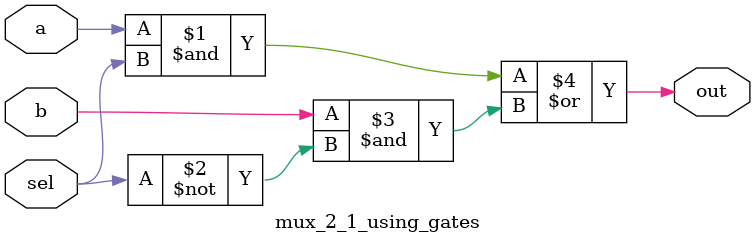
<source format=sv>
module mux_2_1_using_gates
(
    input  a,
    input  b,
    input  sel,
    output out
);
    assign out = (a & sel) | (b & ~ sel);

endmodule

</source>
